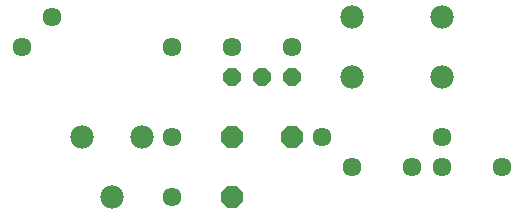
<source format=gts>
G75*
%MOIN*%
%OFA0B0*%
%FSLAX25Y25*%
%IPPOS*%
%LPD*%
%AMOC8*
5,1,8,0,0,1.08239X$1,22.5*
%
%ADD10C,0.06343*%
%ADD11OC8,0.07296*%
%ADD12C,0.07800*%
%ADD13OC8,0.05950*%
D10*
X0071000Y0014700D03*
X0071000Y0034700D03*
X0121000Y0034700D03*
X0131000Y0024700D03*
X0151000Y0024700D03*
X0161000Y0024700D03*
X0181000Y0024700D03*
X0161000Y0034700D03*
X0111000Y0064700D03*
X0091000Y0064700D03*
X0071000Y0064700D03*
X0031000Y0074700D03*
X0021000Y0064700D03*
D11*
X0091000Y0034700D03*
X0111000Y0034700D03*
X0091000Y0014700D03*
D12*
X0051000Y0014700D03*
X0041000Y0034700D03*
X0061000Y0034700D03*
X0131000Y0054700D03*
X0161000Y0054700D03*
X0161000Y0074700D03*
X0131000Y0074700D03*
D13*
X0111000Y0054700D03*
X0101000Y0054700D03*
X0091000Y0054700D03*
M02*

</source>
